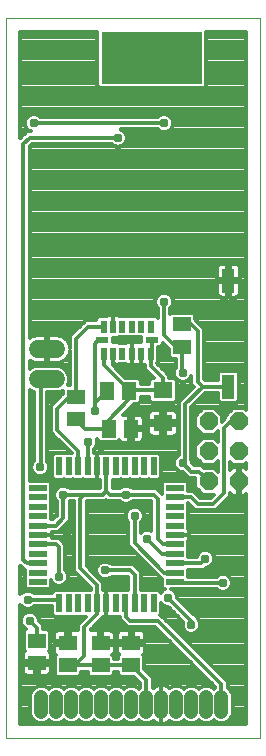
<source format=gtl>
G75*
%MOIN*%
%OFA0B0*%
%FSLAX25Y25*%
%IPPOS*%
%LPD*%
%AMOC8*
5,1,8,0,0,1.08239X$1,22.5*
%
%ADD10C,0.00000*%
%ADD11R,0.33600X0.17500*%
%ADD12R,0.05906X0.05118*%
%ADD13R,0.05118X0.05906*%
%ADD14R,0.06299X0.05512*%
%ADD15R,0.05906X0.01969*%
%ADD16R,0.01969X0.05906*%
%ADD17OC8,0.06000*%
%ADD18R,0.01969X0.04424*%
%ADD19R,0.04424X0.01969*%
%ADD20C,0.04756*%
%ADD21C,0.06000*%
%ADD22R,0.04300X0.07900*%
%ADD23C,0.01400*%
%ADD24C,0.02900*%
%ADD25C,0.03100*%
%ADD26C,0.01200*%
D10*
X0016917Y0014912D02*
X0101563Y0014912D01*
X0101563Y0255069D01*
X0016917Y0255069D01*
X0016917Y0014912D01*
D11*
X0065363Y0241730D03*
D12*
X0075476Y0152741D03*
X0075476Y0145261D03*
X0040210Y0128585D03*
X0040210Y0121104D03*
X0037405Y0046594D03*
X0037405Y0039114D03*
X0027086Y0039915D03*
X0027086Y0047396D03*
X0048329Y0046594D03*
X0048329Y0039114D03*
X0058548Y0039122D03*
X0058548Y0046602D03*
D13*
X0058464Y0118039D03*
X0057801Y0130649D03*
X0050983Y0118039D03*
X0050320Y0130649D03*
D14*
X0069117Y0130793D03*
X0069117Y0119770D03*
D15*
X0073123Y0098330D03*
X0073123Y0095180D03*
X0073123Y0092031D03*
X0073123Y0088881D03*
X0073123Y0085732D03*
X0073123Y0082582D03*
X0073123Y0079432D03*
X0073123Y0076283D03*
X0073123Y0073133D03*
X0073123Y0069984D03*
X0073123Y0066834D03*
X0027454Y0066834D03*
X0027454Y0069984D03*
X0027454Y0073133D03*
X0027454Y0076283D03*
X0027454Y0079432D03*
X0027454Y0082582D03*
X0027454Y0085732D03*
X0027454Y0088881D03*
X0027454Y0092031D03*
X0027454Y0095180D03*
X0027454Y0098330D03*
D16*
X0034540Y0105417D03*
X0037690Y0105417D03*
X0040840Y0105417D03*
X0043989Y0105417D03*
X0047139Y0105417D03*
X0050288Y0105417D03*
X0053438Y0105417D03*
X0056588Y0105417D03*
X0059737Y0105417D03*
X0062887Y0105417D03*
X0066036Y0105417D03*
X0066036Y0059747D03*
X0062887Y0059747D03*
X0059737Y0059747D03*
X0056588Y0059747D03*
X0053438Y0059747D03*
X0050288Y0059747D03*
X0047139Y0059747D03*
X0043989Y0059747D03*
X0040840Y0059747D03*
X0037690Y0059747D03*
X0034540Y0059747D03*
D17*
X0084350Y0100406D03*
X0084350Y0110406D03*
X0084350Y0120406D03*
X0094350Y0120406D03*
X0094350Y0110406D03*
X0094350Y0100406D03*
D18*
X0065070Y0143060D03*
X0061920Y0143060D03*
X0058770Y0143060D03*
X0055621Y0143060D03*
X0052471Y0143060D03*
X0049322Y0143060D03*
X0049322Y0152021D03*
X0052471Y0152021D03*
X0055621Y0152021D03*
X0058770Y0152021D03*
X0061920Y0152021D03*
X0065070Y0151991D03*
D19*
X0065463Y0147540D03*
X0048928Y0147540D03*
D20*
X0048559Y0028471D02*
X0048559Y0023715D01*
X0043559Y0023715D02*
X0043559Y0028471D01*
X0038559Y0028471D02*
X0038559Y0023715D01*
X0033559Y0023715D02*
X0033559Y0028471D01*
X0028559Y0028471D02*
X0028559Y0023715D01*
X0053559Y0023715D02*
X0053559Y0028471D01*
X0058559Y0028471D02*
X0058559Y0023715D01*
X0063559Y0023715D02*
X0063559Y0028471D01*
X0068559Y0028471D02*
X0068559Y0023715D01*
X0073559Y0023715D02*
X0073559Y0028471D01*
X0078559Y0028471D02*
X0078559Y0023715D01*
X0083559Y0023715D02*
X0083559Y0028471D01*
X0088559Y0028471D02*
X0088559Y0023715D01*
D21*
X0033439Y0134479D02*
X0027439Y0134479D01*
X0027439Y0144479D02*
X0033439Y0144479D01*
D22*
X0090965Y0131988D03*
X0090965Y0167388D03*
D23*
X0090590Y0167349D02*
X0024694Y0167349D01*
X0024694Y0165951D02*
X0087115Y0165951D01*
X0087115Y0167013D02*
X0087115Y0163214D01*
X0087231Y0162782D01*
X0087455Y0162394D01*
X0087771Y0162078D01*
X0088159Y0161854D01*
X0088591Y0161738D01*
X0090590Y0161738D01*
X0090590Y0167013D01*
X0087115Y0167013D01*
X0087115Y0167763D02*
X0090590Y0167763D01*
X0090590Y0167013D01*
X0091340Y0167013D01*
X0091340Y0161738D01*
X0093339Y0161738D01*
X0093771Y0161854D01*
X0094159Y0162078D01*
X0094476Y0162394D01*
X0094699Y0162782D01*
X0094815Y0163214D01*
X0094815Y0167013D01*
X0091340Y0167013D01*
X0091340Y0167763D01*
X0090590Y0167763D01*
X0090590Y0173038D01*
X0088591Y0173038D01*
X0088159Y0172922D01*
X0087771Y0172698D01*
X0087455Y0172382D01*
X0087231Y0171994D01*
X0087115Y0171562D01*
X0087115Y0167763D01*
X0087115Y0168748D02*
X0024694Y0168748D01*
X0024694Y0170146D02*
X0087115Y0170146D01*
X0087115Y0171545D02*
X0024694Y0171545D01*
X0024694Y0172943D02*
X0088238Y0172943D01*
X0090590Y0172943D02*
X0091340Y0172943D01*
X0091340Y0173038D02*
X0093339Y0173038D01*
X0093771Y0172922D01*
X0094159Y0172698D01*
X0094476Y0172382D01*
X0094699Y0171994D01*
X0094815Y0171562D01*
X0094815Y0167763D01*
X0091340Y0167763D01*
X0091340Y0173038D01*
X0091340Y0171545D02*
X0090590Y0171545D01*
X0090590Y0170146D02*
X0091340Y0170146D01*
X0091340Y0168748D02*
X0090590Y0168748D01*
X0091340Y0167349D02*
X0096863Y0167349D01*
X0096863Y0165951D02*
X0094815Y0165951D01*
X0094815Y0164552D02*
X0096863Y0164552D01*
X0096863Y0163154D02*
X0094799Y0163154D01*
X0093403Y0161755D02*
X0096863Y0161755D01*
X0096863Y0160357D02*
X0072444Y0160357D01*
X0072444Y0159793D02*
X0072444Y0160967D01*
X0071995Y0162051D01*
X0071165Y0162881D01*
X0070081Y0163330D01*
X0068908Y0163330D01*
X0067823Y0162881D01*
X0066994Y0162051D01*
X0066544Y0160967D01*
X0066544Y0159793D01*
X0066994Y0158709D01*
X0067394Y0158308D01*
X0067394Y0154843D01*
X0066634Y0155603D01*
X0063514Y0155603D01*
X0063484Y0155633D01*
X0060356Y0155633D01*
X0060345Y0155623D01*
X0060335Y0155633D01*
X0057206Y0155633D01*
X0057196Y0155623D01*
X0057185Y0155633D01*
X0054431Y0155633D01*
X0054112Y0155818D01*
X0053679Y0155933D01*
X0052471Y0155933D01*
X0051263Y0155933D01*
X0050831Y0155818D01*
X0050512Y0155633D01*
X0047757Y0155633D01*
X0046937Y0154813D01*
X0046937Y0154080D01*
X0043425Y0154080D01*
X0042194Y0152850D01*
X0038110Y0148766D01*
X0038110Y0145033D01*
X0038024Y0145580D01*
X0037795Y0146283D01*
X0037459Y0146943D01*
X0037024Y0147541D01*
X0036501Y0148064D01*
X0035903Y0148499D01*
X0035243Y0148835D01*
X0034540Y0149063D01*
X0033809Y0149179D01*
X0030739Y0149179D01*
X0030739Y0144779D01*
X0030139Y0144779D01*
X0030139Y0149179D01*
X0027069Y0149179D01*
X0026339Y0149063D01*
X0025635Y0148835D01*
X0024976Y0148499D01*
X0024694Y0148294D01*
X0024694Y0212010D01*
X0025564Y0212880D01*
X0052022Y0212880D01*
X0052423Y0212479D01*
X0053508Y0212030D01*
X0054681Y0212030D01*
X0055765Y0212479D01*
X0056595Y0213309D01*
X0057044Y0214393D01*
X0057044Y0215567D01*
X0056595Y0216651D01*
X0055765Y0217481D01*
X0055043Y0217780D01*
X0067422Y0217780D01*
X0067823Y0217379D01*
X0068908Y0216930D01*
X0070081Y0216930D01*
X0071165Y0217379D01*
X0071995Y0218209D01*
X0072444Y0219293D01*
X0072444Y0220467D01*
X0071995Y0221551D01*
X0071165Y0222381D01*
X0070081Y0222830D01*
X0068908Y0222830D01*
X0067823Y0222381D01*
X0067422Y0221980D01*
X0028166Y0221980D01*
X0027765Y0222381D01*
X0026681Y0222830D01*
X0025508Y0222830D01*
X0024423Y0222381D01*
X0023594Y0221551D01*
X0023144Y0220467D01*
X0023144Y0219293D01*
X0023594Y0218209D01*
X0024423Y0217379D01*
X0025146Y0217080D01*
X0023825Y0217080D01*
X0021617Y0214873D01*
X0021617Y0250369D01*
X0047163Y0250369D01*
X0047163Y0232400D01*
X0047983Y0231580D01*
X0082743Y0231580D01*
X0083563Y0232400D01*
X0083563Y0250369D01*
X0096863Y0250369D01*
X0096863Y0124115D01*
X0096172Y0124806D01*
X0092527Y0124806D01*
X0089950Y0122229D01*
X0089950Y0121545D01*
X0088750Y0120345D01*
X0088750Y0122229D01*
X0086172Y0124806D01*
X0082527Y0124806D01*
X0079950Y0122229D01*
X0079950Y0118583D01*
X0082527Y0116006D01*
X0086172Y0116006D01*
X0087354Y0117188D01*
X0087354Y0113624D01*
X0086172Y0114806D01*
X0082527Y0114806D01*
X0079950Y0112229D01*
X0079950Y0108583D01*
X0082527Y0106006D01*
X0086172Y0106006D01*
X0087354Y0107188D01*
X0087354Y0103624D01*
X0086172Y0104806D01*
X0082919Y0104806D01*
X0081945Y0105780D01*
X0079464Y0105780D01*
X0078744Y0106500D01*
X0078744Y0107067D01*
X0078594Y0107429D01*
X0078594Y0125210D01*
X0083272Y0129888D01*
X0087415Y0129888D01*
X0087415Y0127458D01*
X0088235Y0126638D01*
X0093695Y0126638D01*
X0094515Y0127458D01*
X0094515Y0136518D01*
X0093695Y0137338D01*
X0088235Y0137338D01*
X0087415Y0136518D01*
X0087415Y0134088D01*
X0083272Y0134088D01*
X0082794Y0134566D01*
X0082794Y0151450D01*
X0081564Y0152680D01*
X0079828Y0154416D01*
X0079828Y0155880D01*
X0079008Y0156700D01*
X0071943Y0156700D01*
X0071594Y0156352D01*
X0071594Y0158308D01*
X0071995Y0158709D01*
X0072444Y0159793D01*
X0072098Y0158958D02*
X0096863Y0158958D01*
X0096863Y0157560D02*
X0071594Y0157560D01*
X0069494Y0160380D02*
X0069494Y0149180D01*
X0073413Y0145261D01*
X0075476Y0145261D01*
X0075476Y0136899D01*
X0075794Y0136580D01*
X0074834Y0133785D02*
X0073667Y0133785D01*
X0073667Y0134129D02*
X0072847Y0134949D01*
X0071217Y0134949D01*
X0071217Y0135727D01*
X0069987Y0136957D01*
X0067170Y0139775D01*
X0067170Y0139983D01*
X0067454Y0140268D01*
X0067454Y0142474D01*
X0067563Y0142584D01*
X0067563Y0145156D01*
X0068255Y0145156D01*
X0069075Y0145976D01*
X0069075Y0146629D01*
X0071123Y0144582D01*
X0071123Y0142122D01*
X0071943Y0141302D01*
X0073376Y0141302D01*
X0073376Y0138333D01*
X0073294Y0138251D01*
X0072844Y0137167D01*
X0072844Y0135993D01*
X0073294Y0134909D01*
X0074123Y0134079D01*
X0075208Y0133630D01*
X0076381Y0133630D01*
X0077465Y0134079D01*
X0078295Y0134909D01*
X0078594Y0135631D01*
X0078594Y0132826D01*
X0079433Y0131988D01*
X0074394Y0126950D01*
X0074394Y0109093D01*
X0074123Y0108981D01*
X0073294Y0108151D01*
X0072844Y0107067D01*
X0072844Y0105893D01*
X0073294Y0104809D01*
X0074123Y0103979D01*
X0075208Y0103530D01*
X0075775Y0103530D01*
X0077725Y0101580D01*
X0079950Y0101580D01*
X0079950Y0098583D01*
X0082527Y0096006D01*
X0086010Y0096006D01*
X0084984Y0094980D01*
X0081624Y0094980D01*
X0080554Y0096050D01*
X0079324Y0097280D01*
X0077476Y0097280D01*
X0077476Y0099894D01*
X0076656Y0100714D01*
X0069590Y0100714D01*
X0068770Y0099894D01*
X0068770Y0096766D01*
X0068781Y0096755D01*
X0068770Y0096745D01*
X0068770Y0096174D01*
X0068094Y0096850D01*
X0066864Y0098080D01*
X0058966Y0098080D01*
X0058565Y0098481D01*
X0057481Y0098930D01*
X0056308Y0098930D01*
X0055223Y0098481D01*
X0054822Y0098080D01*
X0052388Y0098080D01*
X0052388Y0101064D01*
X0055002Y0101064D01*
X0055013Y0101075D01*
X0055023Y0101064D01*
X0058152Y0101064D01*
X0058162Y0101075D01*
X0058173Y0101064D01*
X0061301Y0101064D01*
X0061312Y0101075D01*
X0061323Y0101064D01*
X0064451Y0101064D01*
X0064462Y0101075D01*
X0064472Y0101064D01*
X0067601Y0101064D01*
X0068421Y0101884D01*
X0068421Y0108949D01*
X0067601Y0109769D01*
X0064472Y0109769D01*
X0064462Y0109759D01*
X0064451Y0109769D01*
X0061323Y0109769D01*
X0061312Y0109759D01*
X0061301Y0109769D01*
X0058173Y0109769D01*
X0058162Y0109759D01*
X0058152Y0109769D01*
X0055023Y0109769D01*
X0055013Y0109759D01*
X0055002Y0109769D01*
X0051874Y0109769D01*
X0051863Y0109759D01*
X0051853Y0109769D01*
X0049098Y0109769D01*
X0048779Y0109954D01*
X0048347Y0110069D01*
X0047139Y0110069D01*
X0047139Y0105417D01*
X0047139Y0105417D01*
X0047139Y0110069D01*
X0046089Y0110069D01*
X0046089Y0111103D01*
X0046795Y0111809D01*
X0047244Y0112893D01*
X0047244Y0114067D01*
X0047089Y0114442D01*
X0047844Y0113686D01*
X0054122Y0113686D01*
X0054520Y0114084D01*
X0054544Y0114042D01*
X0054861Y0113726D01*
X0055248Y0113502D01*
X0055681Y0113386D01*
X0057884Y0113386D01*
X0057884Y0117459D01*
X0059043Y0117459D01*
X0059043Y0113386D01*
X0061247Y0113386D01*
X0061679Y0113502D01*
X0062067Y0113726D01*
X0062383Y0114042D01*
X0062607Y0114430D01*
X0062723Y0114862D01*
X0062723Y0117460D01*
X0059043Y0117460D01*
X0059043Y0118619D01*
X0057884Y0118619D01*
X0057884Y0122692D01*
X0055776Y0122692D01*
X0058464Y0125380D01*
X0059381Y0126297D01*
X0060940Y0126297D01*
X0061760Y0127117D01*
X0061760Y0128693D01*
X0064568Y0128693D01*
X0064568Y0127458D01*
X0065388Y0126637D01*
X0072847Y0126637D01*
X0073667Y0127458D01*
X0073667Y0134129D01*
X0073180Y0135183D02*
X0071217Y0135183D01*
X0070362Y0136582D02*
X0072844Y0136582D01*
X0073181Y0137981D02*
X0068964Y0137981D01*
X0067565Y0139379D02*
X0073376Y0139379D01*
X0073376Y0140778D02*
X0067454Y0140778D01*
X0067454Y0142176D02*
X0071123Y0142176D01*
X0071123Y0143575D02*
X0067563Y0143575D01*
X0067563Y0144973D02*
X0070732Y0144973D01*
X0069333Y0146372D02*
X0069075Y0146372D01*
X0065463Y0147540D02*
X0065463Y0143453D01*
X0065070Y0143060D01*
X0065070Y0138905D01*
X0069117Y0134857D01*
X0069117Y0130793D01*
X0057945Y0130793D01*
X0057801Y0130649D01*
X0057594Y0130443D01*
X0057594Y0127480D01*
X0050983Y0120869D01*
X0050983Y0118039D01*
X0043276Y0118039D01*
X0040210Y0121104D01*
X0033794Y0124680D02*
X0037699Y0128585D01*
X0040210Y0128585D01*
X0040210Y0147896D01*
X0044294Y0151980D01*
X0049280Y0151980D01*
X0049322Y0152021D01*
X0046937Y0154763D02*
X0024694Y0154763D01*
X0024694Y0156161D02*
X0067394Y0156161D01*
X0067394Y0157560D02*
X0024694Y0157560D01*
X0024694Y0158958D02*
X0066890Y0158958D01*
X0066544Y0160357D02*
X0024694Y0160357D01*
X0024694Y0161755D02*
X0066871Y0161755D01*
X0068482Y0163154D02*
X0024694Y0163154D01*
X0024694Y0164552D02*
X0087115Y0164552D01*
X0087131Y0163154D02*
X0070507Y0163154D01*
X0072118Y0161755D02*
X0088527Y0161755D01*
X0090590Y0161755D02*
X0091340Y0161755D01*
X0091340Y0163154D02*
X0090590Y0163154D01*
X0090590Y0164552D02*
X0091340Y0164552D01*
X0091340Y0165951D02*
X0090590Y0165951D01*
X0093693Y0172943D02*
X0096863Y0172943D01*
X0096863Y0171545D02*
X0094815Y0171545D01*
X0094815Y0170146D02*
X0096863Y0170146D01*
X0096863Y0168748D02*
X0094815Y0168748D01*
X0096863Y0174342D02*
X0024694Y0174342D01*
X0024694Y0175740D02*
X0096863Y0175740D01*
X0096863Y0177139D02*
X0024694Y0177139D01*
X0024694Y0178537D02*
X0096863Y0178537D01*
X0096863Y0179936D02*
X0024694Y0179936D01*
X0024694Y0181334D02*
X0096863Y0181334D01*
X0096863Y0182733D02*
X0024694Y0182733D01*
X0024694Y0184131D02*
X0096863Y0184131D01*
X0096863Y0185530D02*
X0024694Y0185530D01*
X0024694Y0186928D02*
X0096863Y0186928D01*
X0096863Y0188327D02*
X0024694Y0188327D01*
X0024694Y0189725D02*
X0096863Y0189725D01*
X0096863Y0191124D02*
X0024694Y0191124D01*
X0024694Y0192522D02*
X0096863Y0192522D01*
X0096863Y0193921D02*
X0024694Y0193921D01*
X0024694Y0195319D02*
X0096863Y0195319D01*
X0096863Y0196718D02*
X0024694Y0196718D01*
X0024694Y0198116D02*
X0096863Y0198116D01*
X0096863Y0199515D02*
X0024694Y0199515D01*
X0024694Y0200914D02*
X0096863Y0200914D01*
X0096863Y0202312D02*
X0024694Y0202312D01*
X0024694Y0203711D02*
X0096863Y0203711D01*
X0096863Y0205109D02*
X0024694Y0205109D01*
X0024694Y0206508D02*
X0096863Y0206508D01*
X0096863Y0207906D02*
X0024694Y0207906D01*
X0024694Y0209305D02*
X0096863Y0209305D01*
X0096863Y0210703D02*
X0024694Y0210703D01*
X0024786Y0212102D02*
X0053335Y0212102D01*
X0054854Y0212102D02*
X0096863Y0212102D01*
X0096863Y0213500D02*
X0056674Y0213500D01*
X0057044Y0214899D02*
X0096863Y0214899D01*
X0096863Y0216297D02*
X0056742Y0216297D01*
X0055247Y0217696D02*
X0067507Y0217696D01*
X0069494Y0219880D02*
X0026094Y0219880D01*
X0023934Y0221891D02*
X0021617Y0221891D01*
X0021617Y0220493D02*
X0023155Y0220493D01*
X0023227Y0219094D02*
X0021617Y0219094D01*
X0021617Y0217696D02*
X0024107Y0217696D01*
X0023042Y0216297D02*
X0021617Y0216297D01*
X0021617Y0214899D02*
X0021643Y0214899D01*
X0022594Y0212880D02*
X0024694Y0214980D01*
X0054094Y0214980D01*
X0047882Y0231681D02*
X0021617Y0231681D01*
X0021617Y0233079D02*
X0047163Y0233079D01*
X0047163Y0234478D02*
X0021617Y0234478D01*
X0021617Y0235876D02*
X0047163Y0235876D01*
X0047163Y0237275D02*
X0021617Y0237275D01*
X0021617Y0238673D02*
X0047163Y0238673D01*
X0047163Y0240072D02*
X0021617Y0240072D01*
X0021617Y0241470D02*
X0047163Y0241470D01*
X0047163Y0242869D02*
X0021617Y0242869D01*
X0021617Y0244267D02*
X0047163Y0244267D01*
X0047163Y0245666D02*
X0021617Y0245666D01*
X0021617Y0247064D02*
X0047163Y0247064D01*
X0047163Y0248463D02*
X0021617Y0248463D01*
X0021617Y0249861D02*
X0047163Y0249861D01*
X0071655Y0221891D02*
X0096863Y0221891D01*
X0096863Y0220493D02*
X0072434Y0220493D01*
X0072362Y0219094D02*
X0096863Y0219094D01*
X0096863Y0217696D02*
X0071482Y0217696D01*
X0082844Y0231681D02*
X0096863Y0231681D01*
X0096863Y0233079D02*
X0083563Y0233079D01*
X0083563Y0234478D02*
X0096863Y0234478D01*
X0096863Y0235876D02*
X0083563Y0235876D01*
X0083563Y0237275D02*
X0096863Y0237275D01*
X0096863Y0238673D02*
X0083563Y0238673D01*
X0083563Y0240072D02*
X0096863Y0240072D01*
X0096863Y0241470D02*
X0083563Y0241470D01*
X0083563Y0242869D02*
X0096863Y0242869D01*
X0096863Y0244267D02*
X0083563Y0244267D01*
X0083563Y0245666D02*
X0096863Y0245666D01*
X0096863Y0247064D02*
X0083563Y0247064D01*
X0083563Y0248463D02*
X0096863Y0248463D01*
X0096863Y0249861D02*
X0083563Y0249861D01*
X0096863Y0230282D02*
X0021617Y0230282D01*
X0021617Y0228884D02*
X0096863Y0228884D01*
X0096863Y0227485D02*
X0021617Y0227485D01*
X0021617Y0226087D02*
X0096863Y0226087D01*
X0096863Y0224688D02*
X0021617Y0224688D01*
X0021617Y0223290D02*
X0096863Y0223290D01*
X0096863Y0156161D02*
X0079548Y0156161D01*
X0079828Y0154763D02*
X0096863Y0154763D01*
X0096863Y0153364D02*
X0080880Y0153364D01*
X0082279Y0151966D02*
X0096863Y0151966D01*
X0096863Y0150567D02*
X0082794Y0150567D01*
X0082794Y0149169D02*
X0096863Y0149169D01*
X0096863Y0147770D02*
X0082794Y0147770D01*
X0082794Y0146372D02*
X0096863Y0146372D01*
X0096863Y0144973D02*
X0082794Y0144973D01*
X0082794Y0143575D02*
X0096863Y0143575D01*
X0096863Y0142176D02*
X0082794Y0142176D01*
X0082794Y0140778D02*
X0096863Y0140778D01*
X0096863Y0139379D02*
X0082794Y0139379D01*
X0082794Y0137981D02*
X0096863Y0137981D01*
X0096863Y0136582D02*
X0094451Y0136582D01*
X0094515Y0135183D02*
X0096863Y0135183D01*
X0096863Y0133785D02*
X0094515Y0133785D01*
X0094515Y0132386D02*
X0096863Y0132386D01*
X0096863Y0130988D02*
X0094515Y0130988D01*
X0094515Y0129589D02*
X0096863Y0129589D01*
X0096863Y0128191D02*
X0094515Y0128191D01*
X0093850Y0126792D02*
X0096863Y0126792D01*
X0096863Y0125394D02*
X0078778Y0125394D01*
X0078594Y0123995D02*
X0081716Y0123995D01*
X0080318Y0122597D02*
X0078594Y0122597D01*
X0078594Y0121198D02*
X0079950Y0121198D01*
X0079950Y0119800D02*
X0078594Y0119800D01*
X0078594Y0118401D02*
X0080132Y0118401D01*
X0081530Y0117003D02*
X0078594Y0117003D01*
X0078594Y0115604D02*
X0087354Y0115604D01*
X0087354Y0114206D02*
X0086772Y0114206D01*
X0087169Y0117003D02*
X0087354Y0117003D01*
X0089454Y0118080D02*
X0089454Y0096480D01*
X0085854Y0092880D01*
X0080754Y0092880D01*
X0078454Y0095180D01*
X0073123Y0095180D01*
X0073123Y0095180D01*
X0077149Y0100221D02*
X0079950Y0100221D01*
X0079950Y0098822D02*
X0077476Y0098822D01*
X0077476Y0097424D02*
X0081109Y0097424D01*
X0080579Y0096025D02*
X0082508Y0096025D01*
X0084350Y0100406D02*
X0081076Y0103680D01*
X0078594Y0103680D01*
X0075794Y0106480D01*
X0076494Y0106480D01*
X0076494Y0126080D01*
X0082402Y0131988D01*
X0080694Y0133696D01*
X0080694Y0150580D01*
X0078533Y0152741D01*
X0075476Y0152741D01*
X0082794Y0136582D02*
X0087479Y0136582D01*
X0087415Y0135183D02*
X0082794Y0135183D01*
X0082402Y0131988D02*
X0090965Y0131988D01*
X0087415Y0129589D02*
X0082974Y0129589D01*
X0081575Y0128191D02*
X0087415Y0128191D01*
X0088081Y0126792D02*
X0080177Y0126792D01*
X0078433Y0130988D02*
X0073667Y0130988D01*
X0073667Y0132386D02*
X0079034Y0132386D01*
X0078594Y0133785D02*
X0076755Y0133785D01*
X0078409Y0135183D02*
X0078594Y0135183D01*
X0077034Y0129589D02*
X0073667Y0129589D01*
X0073667Y0128191D02*
X0075635Y0128191D01*
X0074394Y0126792D02*
X0073002Y0126792D01*
X0074394Y0125394D02*
X0058478Y0125394D01*
X0057080Y0123995D02*
X0065113Y0123995D01*
X0064924Y0123886D02*
X0064607Y0123570D01*
X0064383Y0123182D01*
X0064268Y0122749D01*
X0064268Y0120448D01*
X0068439Y0120448D01*
X0068439Y0124226D01*
X0065744Y0124226D01*
X0065311Y0124110D01*
X0064924Y0123886D01*
X0064268Y0122597D02*
X0061601Y0122597D01*
X0061679Y0122576D02*
X0061247Y0122692D01*
X0059043Y0122692D01*
X0059043Y0118619D01*
X0062723Y0118619D01*
X0062723Y0121216D01*
X0062607Y0121648D01*
X0062383Y0122036D01*
X0062067Y0122352D01*
X0061679Y0122576D01*
X0062723Y0121198D02*
X0064268Y0121198D01*
X0064268Y0119092D02*
X0064268Y0116790D01*
X0064383Y0116358D01*
X0064607Y0115970D01*
X0064924Y0115654D01*
X0065311Y0115430D01*
X0065744Y0115314D01*
X0068439Y0115314D01*
X0068439Y0119092D01*
X0064268Y0119092D01*
X0064268Y0118401D02*
X0059043Y0118401D01*
X0058464Y0118039D02*
X0058294Y0117870D01*
X0058294Y0114180D01*
X0056894Y0112780D01*
X0050594Y0112780D01*
X0047139Y0109324D01*
X0047139Y0105417D01*
X0047139Y0100764D01*
X0048188Y0100764D01*
X0048188Y0098080D01*
X0037966Y0098080D01*
X0037565Y0098481D01*
X0036481Y0098930D01*
X0035308Y0098930D01*
X0034223Y0098481D01*
X0033394Y0097651D01*
X0032944Y0096567D01*
X0032944Y0095393D01*
X0033394Y0094309D01*
X0033794Y0093908D01*
X0033794Y0089150D01*
X0032476Y0087832D01*
X0031807Y0087832D01*
X0031807Y0090445D01*
X0031796Y0090456D01*
X0031807Y0090467D01*
X0031807Y0093595D01*
X0031796Y0093606D01*
X0031807Y0093616D01*
X0031807Y0096745D01*
X0031796Y0096755D01*
X0031807Y0096766D01*
X0031807Y0099894D01*
X0030986Y0100714D01*
X0024694Y0100714D01*
X0024694Y0131002D01*
X0024947Y0130749D01*
X0026239Y0130214D01*
X0026239Y0107297D01*
X0025694Y0106751D01*
X0025244Y0105667D01*
X0025244Y0104493D01*
X0025694Y0103409D01*
X0026523Y0102579D01*
X0027608Y0102130D01*
X0028781Y0102130D01*
X0029865Y0102579D01*
X0030695Y0103409D01*
X0031144Y0104493D01*
X0031144Y0105667D01*
X0030695Y0106751D01*
X0030439Y0107007D01*
X0030439Y0130079D01*
X0034314Y0130079D01*
X0035857Y0130718D01*
X0035857Y0129713D01*
X0035599Y0129455D01*
X0031694Y0125550D01*
X0031694Y0116810D01*
X0032925Y0115580D01*
X0038735Y0109769D01*
X0036126Y0109769D01*
X0036115Y0109759D01*
X0036105Y0109769D01*
X0032976Y0109769D01*
X0032156Y0108949D01*
X0032156Y0101884D01*
X0032976Y0101064D01*
X0036105Y0101064D01*
X0036115Y0101075D01*
X0036126Y0101064D01*
X0039254Y0101064D01*
X0039265Y0101075D01*
X0039275Y0101064D01*
X0042404Y0101064D01*
X0042414Y0101075D01*
X0042425Y0101064D01*
X0045179Y0101064D01*
X0045498Y0100880D01*
X0045931Y0100764D01*
X0047139Y0100764D01*
X0047139Y0105417D01*
X0047139Y0105417D01*
X0047139Y0105815D02*
X0047139Y0105815D01*
X0047139Y0107213D02*
X0047139Y0107213D01*
X0047139Y0108612D02*
X0047139Y0108612D01*
X0047139Y0110010D02*
X0047139Y0110010D01*
X0048568Y0110010D02*
X0074394Y0110010D01*
X0074394Y0111409D02*
X0046395Y0111409D01*
X0047209Y0112807D02*
X0074394Y0112807D01*
X0074394Y0114206D02*
X0062477Y0114206D01*
X0062723Y0115604D02*
X0065009Y0115604D01*
X0064268Y0117003D02*
X0062723Y0117003D01*
X0062723Y0119800D02*
X0068439Y0119800D01*
X0068439Y0120448D02*
X0068439Y0119092D01*
X0069795Y0119092D01*
X0069795Y0115314D01*
X0072491Y0115314D01*
X0072923Y0115430D01*
X0073311Y0115654D01*
X0073627Y0115970D01*
X0073851Y0116358D01*
X0073967Y0116790D01*
X0073967Y0119092D01*
X0069795Y0119092D01*
X0069795Y0120448D01*
X0068439Y0120448D01*
X0068439Y0121198D02*
X0069795Y0121198D01*
X0069795Y0120448D02*
X0069795Y0124226D01*
X0072491Y0124226D01*
X0072923Y0124110D01*
X0073311Y0123886D01*
X0073627Y0123570D01*
X0073851Y0123182D01*
X0073967Y0122749D01*
X0073967Y0120448D01*
X0069795Y0120448D01*
X0069795Y0119800D02*
X0074394Y0119800D01*
X0074394Y0121198D02*
X0073967Y0121198D01*
X0073967Y0122597D02*
X0074394Y0122597D01*
X0074394Y0123995D02*
X0073121Y0123995D01*
X0073967Y0118401D02*
X0074394Y0118401D01*
X0074394Y0117003D02*
X0073967Y0117003D01*
X0074394Y0115604D02*
X0073225Y0115604D01*
X0069795Y0115604D02*
X0068439Y0115604D01*
X0068439Y0117003D02*
X0069795Y0117003D01*
X0069795Y0118401D02*
X0068439Y0118401D01*
X0068439Y0122597D02*
X0069795Y0122597D01*
X0069795Y0123995D02*
X0068439Y0123995D01*
X0065233Y0126792D02*
X0061436Y0126792D01*
X0061760Y0128191D02*
X0064568Y0128191D01*
X0064568Y0132893D02*
X0061760Y0132893D01*
X0061760Y0134182D01*
X0060940Y0135002D01*
X0056542Y0135002D01*
X0052397Y0139148D01*
X0052471Y0139148D01*
X0052471Y0143060D01*
X0052471Y0140303D01*
X0054794Y0137980D01*
X0056894Y0137980D01*
X0058770Y0139856D01*
X0058770Y0143060D01*
X0058770Y0146972D01*
X0057562Y0146972D01*
X0057130Y0146856D01*
X0056811Y0146672D01*
X0054431Y0146672D01*
X0054112Y0146856D01*
X0053679Y0146972D01*
X0052540Y0146972D01*
X0052540Y0148109D01*
X0053679Y0148109D01*
X0054112Y0148225D01*
X0054431Y0148409D01*
X0057185Y0148409D01*
X0057196Y0148420D01*
X0057206Y0148409D01*
X0060335Y0148409D01*
X0060345Y0148420D01*
X0060356Y0148409D01*
X0061851Y0148409D01*
X0061851Y0146972D01*
X0060712Y0146972D01*
X0060345Y0146874D01*
X0059978Y0146972D01*
X0058770Y0146972D01*
X0058770Y0143060D01*
X0058770Y0143060D01*
X0058770Y0143060D01*
X0058770Y0139148D01*
X0057562Y0139148D01*
X0057130Y0139263D01*
X0056811Y0139448D01*
X0054431Y0139448D01*
X0054112Y0139263D01*
X0053679Y0139148D01*
X0052471Y0139148D01*
X0052471Y0143060D01*
X0052471Y0143060D01*
X0052471Y0142176D02*
X0052471Y0142176D01*
X0052471Y0140778D02*
X0052471Y0140778D01*
X0052471Y0139379D02*
X0052471Y0139379D01*
X0053564Y0137981D02*
X0063024Y0137981D01*
X0062970Y0138035D02*
X0062970Y0139148D01*
X0061920Y0139148D01*
X0061920Y0143060D01*
X0061920Y0143060D01*
X0061920Y0139148D01*
X0060712Y0139148D01*
X0060345Y0139246D01*
X0059978Y0139148D01*
X0058770Y0139148D01*
X0058770Y0143060D01*
X0058770Y0143575D02*
X0058770Y0143575D01*
X0058770Y0144973D02*
X0058770Y0144973D01*
X0058770Y0146372D02*
X0058770Y0146372D01*
X0061851Y0147770D02*
X0052540Y0147770D01*
X0052471Y0152021D02*
X0052471Y0155933D01*
X0052471Y0152021D01*
X0052471Y0152021D01*
X0052471Y0153364D02*
X0052471Y0153364D01*
X0052471Y0154763D02*
X0052471Y0154763D01*
X0048928Y0147540D02*
X0047555Y0147540D01*
X0046394Y0146380D01*
X0046394Y0126723D01*
X0046394Y0123980D01*
X0046394Y0126723D02*
X0050320Y0130649D01*
X0057101Y0131474D02*
X0049322Y0139253D01*
X0049322Y0143060D01*
X0054312Y0139379D02*
X0056930Y0139379D01*
X0058770Y0139379D02*
X0058770Y0139379D01*
X0058770Y0140778D02*
X0058770Y0140778D01*
X0058770Y0142176D02*
X0058770Y0142176D01*
X0061920Y0142176D02*
X0061920Y0142176D01*
X0061920Y0140778D02*
X0061920Y0140778D01*
X0061920Y0139379D02*
X0061920Y0139379D01*
X0062970Y0138035D02*
X0066055Y0134949D01*
X0065388Y0134949D01*
X0064568Y0134129D01*
X0064568Y0132893D01*
X0064568Y0133785D02*
X0061760Y0133785D01*
X0064423Y0136582D02*
X0054962Y0136582D01*
X0056361Y0135183D02*
X0065821Y0135183D01*
X0059043Y0122597D02*
X0057884Y0122597D01*
X0057884Y0121198D02*
X0059043Y0121198D01*
X0059043Y0119800D02*
X0057884Y0119800D01*
X0057884Y0117003D02*
X0059043Y0117003D01*
X0059043Y0115604D02*
X0057884Y0115604D01*
X0057884Y0114206D02*
X0059043Y0114206D01*
X0057741Y0098822D02*
X0068770Y0098822D01*
X0068770Y0097424D02*
X0067521Y0097424D01*
X0069097Y0100221D02*
X0052388Y0100221D01*
X0052388Y0098822D02*
X0056047Y0098822D01*
X0056894Y0095980D02*
X0065994Y0095980D01*
X0067394Y0094580D01*
X0067394Y0081280D01*
X0069242Y0079432D01*
X0073123Y0079432D01*
X0073123Y0082582D02*
X0073123Y0082582D01*
X0077776Y0082582D01*
X0077776Y0083790D01*
X0077660Y0084222D01*
X0077476Y0084541D01*
X0077476Y0087296D01*
X0077465Y0087306D01*
X0077476Y0087317D01*
X0077476Y0090445D01*
X0077465Y0090456D01*
X0077476Y0090467D01*
X0077476Y0093080D01*
X0077584Y0093080D01*
X0079884Y0090780D01*
X0086724Y0090780D01*
X0087954Y0092010D01*
X0091554Y0095610D01*
X0091554Y0096555D01*
X0092403Y0095706D01*
X0094049Y0095706D01*
X0094049Y0100106D01*
X0094650Y0100106D01*
X0094650Y0095706D01*
X0096296Y0095706D01*
X0096863Y0096273D01*
X0096863Y0019612D01*
X0021617Y0019612D01*
X0021617Y0059185D01*
X0022323Y0058479D01*
X0023408Y0058030D01*
X0024581Y0058030D01*
X0025665Y0058479D01*
X0026066Y0058880D01*
X0032156Y0058880D01*
X0032156Y0056215D01*
X0032976Y0055395D01*
X0036105Y0055395D01*
X0036115Y0055405D01*
X0036126Y0055395D01*
X0039254Y0055395D01*
X0039265Y0055405D01*
X0039275Y0055395D01*
X0042404Y0055395D01*
X0042414Y0055405D01*
X0042425Y0055395D01*
X0043439Y0055395D01*
X0042025Y0053980D01*
X0040794Y0052750D01*
X0040794Y0050796D01*
X0040581Y0050853D01*
X0037984Y0050853D01*
X0037984Y0047174D01*
X0036825Y0047174D01*
X0036825Y0050853D01*
X0034228Y0050853D01*
X0033796Y0050737D01*
X0033408Y0050513D01*
X0033092Y0050197D01*
X0032868Y0049809D01*
X0032752Y0049377D01*
X0032752Y0047173D01*
X0036825Y0047173D01*
X0036825Y0046014D01*
X0032752Y0046014D01*
X0032752Y0043811D01*
X0032868Y0043379D01*
X0033092Y0042991D01*
X0033408Y0042675D01*
X0033450Y0042650D01*
X0033052Y0042253D01*
X0033052Y0035975D01*
X0033872Y0035155D01*
X0040938Y0035155D01*
X0041758Y0035975D01*
X0041758Y0037014D01*
X0043976Y0037014D01*
X0043976Y0035975D01*
X0044796Y0035155D01*
X0051862Y0035155D01*
X0052682Y0035975D01*
X0052682Y0037022D01*
X0054195Y0037022D01*
X0054195Y0035983D01*
X0055015Y0035163D01*
X0059537Y0035163D01*
X0061459Y0033241D01*
X0061459Y0031690D01*
X0061419Y0031673D01*
X0061059Y0031313D01*
X0060699Y0031673D01*
X0059310Y0032249D01*
X0057807Y0032249D01*
X0056419Y0031673D01*
X0056059Y0031313D01*
X0055699Y0031673D01*
X0054310Y0032249D01*
X0052807Y0032249D01*
X0051419Y0031673D01*
X0051059Y0031313D01*
X0050699Y0031673D01*
X0049310Y0032249D01*
X0047807Y0032249D01*
X0046419Y0031673D01*
X0046059Y0031313D01*
X0045699Y0031673D01*
X0044310Y0032249D01*
X0042807Y0032249D01*
X0041419Y0031673D01*
X0041059Y0031313D01*
X0040699Y0031673D01*
X0039310Y0032249D01*
X0037807Y0032249D01*
X0036419Y0031673D01*
X0036059Y0031313D01*
X0035699Y0031673D01*
X0034310Y0032249D01*
X0032807Y0032249D01*
X0031419Y0031673D01*
X0031059Y0031313D01*
X0030699Y0031673D01*
X0029310Y0032249D01*
X0027807Y0032249D01*
X0026419Y0031673D01*
X0025356Y0030611D01*
X0024781Y0029222D01*
X0024781Y0022963D01*
X0025356Y0021575D01*
X0026419Y0020512D01*
X0027807Y0019937D01*
X0029310Y0019937D01*
X0030699Y0020512D01*
X0031059Y0020872D01*
X0031419Y0020512D01*
X0032807Y0019937D01*
X0034310Y0019937D01*
X0035699Y0020512D01*
X0036059Y0020872D01*
X0036419Y0020512D01*
X0037807Y0019937D01*
X0039310Y0019937D01*
X0040699Y0020512D01*
X0041059Y0020872D01*
X0041419Y0020512D01*
X0042807Y0019937D01*
X0044310Y0019937D01*
X0045699Y0020512D01*
X0046059Y0020872D01*
X0046419Y0020512D01*
X0047807Y0019937D01*
X0049310Y0019937D01*
X0050699Y0020512D01*
X0051059Y0020872D01*
X0051419Y0020512D01*
X0052807Y0019937D01*
X0054310Y0019937D01*
X0055699Y0020512D01*
X0056059Y0020872D01*
X0056419Y0020512D01*
X0057807Y0019937D01*
X0059310Y0019937D01*
X0060699Y0020512D01*
X0061059Y0020872D01*
X0061419Y0020512D01*
X0062807Y0019937D01*
X0064310Y0019937D01*
X0065699Y0020512D01*
X0065847Y0020660D01*
X0065902Y0020604D01*
X0066422Y0020227D01*
X0066994Y0019935D01*
X0067604Y0019737D01*
X0068238Y0019637D01*
X0068559Y0019637D01*
X0068880Y0019637D01*
X0069514Y0019737D01*
X0070124Y0019935D01*
X0070696Y0020227D01*
X0071216Y0020604D01*
X0071271Y0020660D01*
X0071419Y0020512D01*
X0072807Y0019937D01*
X0074310Y0019937D01*
X0075699Y0020512D01*
X0076059Y0020872D01*
X0076419Y0020512D01*
X0077807Y0019937D01*
X0079310Y0019937D01*
X0080699Y0020512D01*
X0081059Y0020872D01*
X0081419Y0020512D01*
X0082807Y0019937D01*
X0084310Y0019937D01*
X0085699Y0020512D01*
X0086059Y0020872D01*
X0086419Y0020512D01*
X0087807Y0019937D01*
X0089310Y0019937D01*
X0090699Y0020512D01*
X0091762Y0021575D01*
X0092337Y0022963D01*
X0092337Y0029222D01*
X0091762Y0030611D01*
X0090699Y0031673D01*
X0090659Y0031690D01*
X0090659Y0033685D01*
X0069494Y0054850D01*
X0068275Y0056069D01*
X0068421Y0056215D01*
X0068421Y0059982D01*
X0069223Y0059179D01*
X0070308Y0058730D01*
X0070875Y0058730D01*
X0075877Y0053728D01*
X0075644Y0053167D01*
X0075644Y0051993D01*
X0076094Y0050909D01*
X0076923Y0050079D01*
X0078008Y0049630D01*
X0079181Y0049630D01*
X0080265Y0050079D01*
X0081095Y0050909D01*
X0081544Y0051993D01*
X0081544Y0053167D01*
X0081095Y0054251D01*
X0080694Y0054652D01*
X0080694Y0054850D01*
X0073844Y0061700D01*
X0073844Y0062267D01*
X0073395Y0063351D01*
X0072565Y0064181D01*
X0071916Y0064450D01*
X0076656Y0064450D01*
X0076686Y0064480D01*
X0087022Y0064480D01*
X0087423Y0064079D01*
X0088508Y0063630D01*
X0089681Y0063630D01*
X0090765Y0064079D01*
X0091595Y0064909D01*
X0092044Y0065993D01*
X0092044Y0067167D01*
X0091595Y0068251D01*
X0090765Y0069081D01*
X0089681Y0069530D01*
X0088508Y0069530D01*
X0087423Y0069081D01*
X0087022Y0068680D01*
X0077476Y0068680D01*
X0077476Y0071033D01*
X0082717Y0071033D01*
X0083314Y0071630D01*
X0083881Y0071630D01*
X0084965Y0072079D01*
X0085795Y0072909D01*
X0086244Y0073993D01*
X0086244Y0075167D01*
X0085795Y0076251D01*
X0084965Y0077081D01*
X0083881Y0077530D01*
X0082708Y0077530D01*
X0081623Y0077081D01*
X0080794Y0076251D01*
X0080372Y0075233D01*
X0077476Y0075233D01*
X0077476Y0077847D01*
X0077465Y0077858D01*
X0077476Y0077868D01*
X0077476Y0080623D01*
X0077660Y0080942D01*
X0077776Y0081374D01*
X0077776Y0082582D01*
X0073123Y0082582D01*
X0073026Y0076380D02*
X0073123Y0076283D01*
X0068892Y0076283D01*
X0063894Y0081280D01*
X0061794Y0083352D02*
X0062223Y0083781D01*
X0063308Y0084230D01*
X0064481Y0084230D01*
X0065294Y0083893D01*
X0065294Y0093710D01*
X0065125Y0093880D01*
X0058966Y0093880D01*
X0058565Y0093479D01*
X0057481Y0093030D01*
X0056308Y0093030D01*
X0055223Y0093479D01*
X0054822Y0093880D01*
X0050513Y0093880D01*
X0050288Y0094104D01*
X0050064Y0093880D01*
X0048053Y0093880D01*
X0048009Y0093836D01*
X0046269Y0093836D01*
X0046225Y0093880D01*
X0043764Y0093880D01*
X0043639Y0093755D01*
X0043639Y0072305D01*
X0047964Y0067980D01*
X0049194Y0066750D01*
X0049194Y0064400D01*
X0050288Y0064400D01*
X0050288Y0059747D01*
X0050288Y0059747D01*
X0050288Y0055095D01*
X0049080Y0055095D01*
X0049079Y0055095D01*
X0044994Y0051010D01*
X0044994Y0050811D01*
X0045152Y0050853D01*
X0047749Y0050853D01*
X0047749Y0047174D01*
X0048908Y0047174D01*
X0048908Y0050853D01*
X0051506Y0050853D01*
X0051938Y0050737D01*
X0052326Y0050513D01*
X0052642Y0050197D01*
X0052866Y0049809D01*
X0052982Y0049377D01*
X0052982Y0047173D01*
X0048909Y0047173D01*
X0048909Y0046014D01*
X0052982Y0046014D01*
X0052982Y0043811D01*
X0052866Y0043379D01*
X0052642Y0042991D01*
X0052326Y0042675D01*
X0052284Y0042650D01*
X0052682Y0042253D01*
X0052682Y0041222D01*
X0054195Y0041222D01*
X0054195Y0042261D01*
X0054593Y0042659D01*
X0054552Y0042683D01*
X0054235Y0042999D01*
X0054011Y0043387D01*
X0053895Y0043819D01*
X0053895Y0046023D01*
X0057969Y0046023D01*
X0057969Y0047182D01*
X0057969Y0050861D01*
X0055372Y0050861D01*
X0054939Y0050745D01*
X0054552Y0050522D01*
X0054235Y0050205D01*
X0054011Y0049817D01*
X0053895Y0049385D01*
X0053895Y0047182D01*
X0057969Y0047182D01*
X0059128Y0047182D01*
X0063201Y0047182D01*
X0063201Y0049385D01*
X0063085Y0049817D01*
X0062861Y0050205D01*
X0062545Y0050522D01*
X0062157Y0050745D01*
X0061725Y0050861D01*
X0059128Y0050861D01*
X0059128Y0047182D01*
X0059128Y0046023D01*
X0063201Y0046023D01*
X0063201Y0043819D01*
X0063085Y0043387D01*
X0062861Y0042999D01*
X0062545Y0042683D01*
X0062503Y0042659D01*
X0062901Y0042261D01*
X0062901Y0037739D01*
X0065659Y0034981D01*
X0065659Y0031690D01*
X0065699Y0031673D01*
X0065847Y0031526D01*
X0065902Y0031581D01*
X0066422Y0031958D01*
X0066994Y0032250D01*
X0067604Y0032448D01*
X0068238Y0032549D01*
X0068559Y0032549D01*
X0068559Y0026093D01*
X0068559Y0026093D01*
X0068559Y0032549D01*
X0068880Y0032549D01*
X0069514Y0032448D01*
X0070124Y0032250D01*
X0070696Y0031958D01*
X0071216Y0031581D01*
X0071271Y0031526D01*
X0071419Y0031673D01*
X0072807Y0032249D01*
X0074310Y0032249D01*
X0075699Y0031673D01*
X0076059Y0031313D01*
X0076419Y0031673D01*
X0077807Y0032249D01*
X0079310Y0032249D01*
X0080699Y0031673D01*
X0081059Y0031313D01*
X0081419Y0031673D01*
X0082807Y0032249D01*
X0084310Y0032249D01*
X0085699Y0031673D01*
X0086059Y0031313D01*
X0086419Y0031673D01*
X0086459Y0031690D01*
X0086459Y0031946D01*
X0066525Y0051880D01*
X0057425Y0051880D01*
X0056025Y0053280D01*
X0054794Y0054510D01*
X0054794Y0055395D01*
X0052248Y0055395D01*
X0051929Y0055210D01*
X0051496Y0055095D01*
X0050288Y0055095D01*
X0050288Y0059747D01*
X0050288Y0059747D01*
X0050288Y0064400D01*
X0051496Y0064400D01*
X0051929Y0064284D01*
X0052248Y0064100D01*
X0055002Y0064100D01*
X0055013Y0064089D01*
X0055023Y0064100D01*
X0057594Y0064100D01*
X0057594Y0068510D01*
X0057425Y0068680D01*
X0051966Y0068680D01*
X0051565Y0068279D01*
X0050481Y0067830D01*
X0049308Y0067830D01*
X0048223Y0068279D01*
X0047394Y0069109D01*
X0046944Y0070193D01*
X0046944Y0071367D01*
X0047394Y0072451D01*
X0048223Y0073281D01*
X0049308Y0073730D01*
X0050481Y0073730D01*
X0051565Y0073281D01*
X0051966Y0072880D01*
X0059164Y0072880D01*
X0060394Y0071650D01*
X0061794Y0070250D01*
X0061794Y0064100D01*
X0064451Y0064100D01*
X0064462Y0064089D01*
X0064472Y0064100D01*
X0067601Y0064100D01*
X0068381Y0063320D01*
X0068394Y0063351D01*
X0069223Y0064181D01*
X0069872Y0064450D01*
X0069590Y0064450D01*
X0068770Y0065270D01*
X0068770Y0067884D01*
X0068721Y0067884D01*
X0058825Y0077780D01*
X0057594Y0079010D01*
X0057594Y0086908D01*
X0057194Y0087309D01*
X0056744Y0088393D01*
X0056744Y0089567D01*
X0057194Y0090651D01*
X0058023Y0091481D01*
X0059108Y0091930D01*
X0060281Y0091930D01*
X0061365Y0091481D01*
X0062195Y0090651D01*
X0062644Y0089567D01*
X0062644Y0088393D01*
X0062195Y0087309D01*
X0061794Y0086908D01*
X0061794Y0083352D01*
X0061794Y0083439D02*
X0061881Y0083439D01*
X0061794Y0084837D02*
X0065294Y0084837D01*
X0065294Y0086236D02*
X0061794Y0086236D01*
X0062330Y0087634D02*
X0065294Y0087634D01*
X0065294Y0089033D02*
X0062644Y0089033D01*
X0062286Y0090431D02*
X0065294Y0090431D01*
X0065294Y0091830D02*
X0060524Y0091830D01*
X0058865Y0091830D02*
X0043639Y0091830D01*
X0043639Y0093228D02*
X0055829Y0093228D01*
X0056894Y0095980D02*
X0051382Y0095980D01*
X0050288Y0097074D01*
X0050288Y0105417D01*
X0048188Y0100221D02*
X0031480Y0100221D01*
X0031807Y0098822D02*
X0035047Y0098822D01*
X0033299Y0097424D02*
X0031807Y0097424D01*
X0031807Y0096025D02*
X0032944Y0096025D01*
X0033262Y0094627D02*
X0031807Y0094627D01*
X0031807Y0093228D02*
X0033794Y0093228D01*
X0033794Y0091830D02*
X0031807Y0091830D01*
X0031807Y0090431D02*
X0033794Y0090431D01*
X0033677Y0089033D02*
X0031807Y0089033D01*
X0033346Y0085732D02*
X0027454Y0085732D01*
X0027454Y0082582D02*
X0032107Y0082582D01*
X0032107Y0083632D01*
X0034216Y0083632D01*
X0035446Y0084862D01*
X0037994Y0087410D01*
X0037994Y0093880D01*
X0039439Y0093880D01*
X0039439Y0070566D01*
X0044994Y0065010D01*
X0044994Y0064100D01*
X0042425Y0064100D01*
X0042414Y0064089D01*
X0042404Y0064100D01*
X0039275Y0064100D01*
X0039265Y0064089D01*
X0039254Y0064100D01*
X0036126Y0064100D01*
X0036115Y0064089D01*
X0036105Y0064100D01*
X0032976Y0064100D01*
X0032156Y0063280D01*
X0032156Y0063080D01*
X0026066Y0063080D01*
X0025665Y0063481D01*
X0024581Y0063930D01*
X0023408Y0063930D01*
X0022323Y0063481D01*
X0021617Y0062775D01*
X0021617Y0072287D01*
X0021641Y0072263D01*
X0022871Y0071033D01*
X0023101Y0071033D01*
X0023101Y0068419D01*
X0023112Y0068409D01*
X0023101Y0068398D01*
X0023101Y0065270D01*
X0023921Y0064450D01*
X0030986Y0064450D01*
X0031807Y0065270D01*
X0031807Y0067460D01*
X0031994Y0067009D01*
X0032823Y0066179D01*
X0033908Y0065730D01*
X0035081Y0065730D01*
X0036165Y0066179D01*
X0036995Y0067009D01*
X0037444Y0068093D01*
X0037444Y0069267D01*
X0036995Y0070351D01*
X0036594Y0070752D01*
X0036594Y0079350D01*
X0035642Y0080302D01*
X0034412Y0081532D01*
X0032107Y0081532D01*
X0032107Y0082582D01*
X0027454Y0082582D01*
X0027454Y0082582D01*
X0027454Y0079432D02*
X0033542Y0079432D01*
X0034494Y0078480D01*
X0034494Y0068680D01*
X0032346Y0066656D02*
X0031807Y0066656D01*
X0031795Y0065258D02*
X0044747Y0065258D01*
X0043348Y0066656D02*
X0036643Y0066656D01*
X0037429Y0068055D02*
X0041950Y0068055D01*
X0040551Y0069453D02*
X0037367Y0069453D01*
X0036594Y0070852D02*
X0039439Y0070852D01*
X0039439Y0072250D02*
X0036594Y0072250D01*
X0036594Y0073649D02*
X0039439Y0073649D01*
X0039439Y0075048D02*
X0036594Y0075048D01*
X0036594Y0076446D02*
X0039439Y0076446D01*
X0039439Y0077845D02*
X0036594Y0077845D01*
X0036594Y0079243D02*
X0039439Y0079243D01*
X0039439Y0080642D02*
X0035303Y0080642D01*
X0032107Y0082040D02*
X0039439Y0082040D01*
X0039439Y0083439D02*
X0032107Y0083439D01*
X0033346Y0085732D02*
X0035894Y0088280D01*
X0035894Y0095980D01*
X0042894Y0095980D01*
X0041539Y0094624D01*
X0041539Y0071436D01*
X0047094Y0065880D01*
X0047094Y0059792D01*
X0047139Y0059747D01*
X0047139Y0056124D01*
X0042894Y0051880D01*
X0042894Y0042080D01*
X0039928Y0039114D01*
X0037405Y0039114D01*
X0048329Y0039114D01*
X0048337Y0039122D01*
X0058548Y0039122D01*
X0063559Y0034111D01*
X0063559Y0026093D01*
X0065684Y0020506D02*
X0066038Y0020506D01*
X0068559Y0020506D02*
X0068559Y0020506D01*
X0068559Y0019637D02*
X0068559Y0026092D01*
X0068559Y0026092D01*
X0068559Y0019637D01*
X0068559Y0021904D02*
X0068559Y0021904D01*
X0068559Y0023303D02*
X0068559Y0023303D01*
X0068559Y0024701D02*
X0068559Y0024701D01*
X0068559Y0026100D02*
X0068559Y0026100D01*
X0068559Y0027498D02*
X0068559Y0027498D01*
X0068559Y0028897D02*
X0068559Y0028897D01*
X0068559Y0030295D02*
X0068559Y0030295D01*
X0068559Y0031694D02*
X0068559Y0031694D01*
X0071061Y0031694D02*
X0071468Y0031694D01*
X0075650Y0031694D02*
X0076468Y0031694D01*
X0080650Y0031694D02*
X0081468Y0031694D01*
X0083914Y0034491D02*
X0065659Y0034491D01*
X0065659Y0033092D02*
X0085312Y0033092D01*
X0085650Y0031694D02*
X0086459Y0031694D01*
X0088559Y0032815D02*
X0088559Y0026093D01*
X0090684Y0020506D02*
X0096863Y0020506D01*
X0096863Y0021904D02*
X0091898Y0021904D01*
X0092337Y0023303D02*
X0096863Y0023303D01*
X0096863Y0024701D02*
X0092337Y0024701D01*
X0092337Y0026100D02*
X0096863Y0026100D01*
X0096863Y0027498D02*
X0092337Y0027498D01*
X0092337Y0028897D02*
X0096863Y0028897D01*
X0096863Y0030295D02*
X0091892Y0030295D01*
X0090659Y0031694D02*
X0096863Y0031694D01*
X0096863Y0033092D02*
X0090659Y0033092D01*
X0089854Y0034491D02*
X0096863Y0034491D01*
X0096863Y0035889D02*
X0088455Y0035889D01*
X0087057Y0037288D02*
X0096863Y0037288D01*
X0096863Y0038686D02*
X0085658Y0038686D01*
X0084260Y0040085D02*
X0096863Y0040085D01*
X0096863Y0041483D02*
X0082861Y0041483D01*
X0081463Y0042882D02*
X0096863Y0042882D01*
X0096863Y0044280D02*
X0080064Y0044280D01*
X0078665Y0045679D02*
X0096863Y0045679D01*
X0096863Y0047077D02*
X0077267Y0047077D01*
X0075868Y0048476D02*
X0096863Y0048476D01*
X0096863Y0049874D02*
X0079771Y0049874D01*
X0081246Y0051273D02*
X0096863Y0051273D01*
X0096863Y0052671D02*
X0081544Y0052671D01*
X0081170Y0054070D02*
X0096863Y0054070D01*
X0096863Y0055468D02*
X0080076Y0055468D01*
X0078677Y0056867D02*
X0096863Y0056867D01*
X0096863Y0058265D02*
X0077279Y0058265D01*
X0075880Y0059664D02*
X0096863Y0059664D01*
X0096863Y0061062D02*
X0074482Y0061062D01*
X0073764Y0062461D02*
X0096863Y0062461D01*
X0096863Y0063859D02*
X0090235Y0063859D01*
X0091740Y0065258D02*
X0096863Y0065258D01*
X0096863Y0066656D02*
X0092044Y0066656D01*
X0091677Y0068055D02*
X0096863Y0068055D01*
X0096863Y0069453D02*
X0089866Y0069453D01*
X0089094Y0066580D02*
X0073377Y0066580D01*
X0073123Y0066834D01*
X0073123Y0069984D02*
X0069591Y0069984D01*
X0059694Y0079880D01*
X0059694Y0088980D01*
X0057594Y0086236D02*
X0043639Y0086236D01*
X0043639Y0087634D02*
X0057059Y0087634D01*
X0056744Y0089033D02*
X0043639Y0089033D01*
X0043639Y0090431D02*
X0057102Y0090431D01*
X0057960Y0093228D02*
X0065294Y0093228D01*
X0068156Y0101619D02*
X0077685Y0101619D01*
X0076287Y0103018D02*
X0068421Y0103018D01*
X0068421Y0104416D02*
X0073686Y0104416D01*
X0072877Y0105815D02*
X0068421Y0105815D01*
X0068421Y0107213D02*
X0072905Y0107213D01*
X0073754Y0108612D02*
X0068421Y0108612D01*
X0077476Y0091830D02*
X0078835Y0091830D01*
X0077476Y0090431D02*
X0096863Y0090431D01*
X0096863Y0089033D02*
X0077476Y0089033D01*
X0077476Y0087634D02*
X0096863Y0087634D01*
X0096863Y0086236D02*
X0077476Y0086236D01*
X0077476Y0084837D02*
X0096863Y0084837D01*
X0096863Y0083439D02*
X0077776Y0083439D01*
X0077776Y0082040D02*
X0096863Y0082040D01*
X0096863Y0080642D02*
X0077487Y0080642D01*
X0077476Y0079243D02*
X0096863Y0079243D01*
X0096863Y0077845D02*
X0077476Y0077845D01*
X0077476Y0076446D02*
X0080988Y0076446D01*
X0083294Y0074580D02*
X0081848Y0073133D01*
X0073123Y0073133D01*
X0077476Y0070852D02*
X0096863Y0070852D01*
X0096863Y0072250D02*
X0085137Y0072250D01*
X0086102Y0073649D02*
X0096863Y0073649D01*
X0096863Y0075048D02*
X0086244Y0075048D01*
X0085600Y0076446D02*
X0096863Y0076446D01*
X0096863Y0091830D02*
X0087774Y0091830D01*
X0089172Y0093228D02*
X0096863Y0093228D01*
X0096863Y0094627D02*
X0090571Y0094627D01*
X0091554Y0096025D02*
X0092084Y0096025D01*
X0094049Y0096025D02*
X0094650Y0096025D01*
X0094650Y0097424D02*
X0094049Y0097424D01*
X0094049Y0098822D02*
X0094650Y0098822D01*
X0094650Y0100706D02*
X0094049Y0100706D01*
X0094049Y0105106D01*
X0092403Y0105106D01*
X0091554Y0104257D01*
X0091554Y0106979D01*
X0092527Y0106006D01*
X0096172Y0106006D01*
X0096863Y0106697D01*
X0096863Y0104539D01*
X0096296Y0105106D01*
X0094650Y0105106D01*
X0094650Y0100706D01*
X0094650Y0101619D02*
X0094049Y0101619D01*
X0094049Y0103018D02*
X0094650Y0103018D01*
X0094650Y0104416D02*
X0094049Y0104416D01*
X0091713Y0104416D02*
X0091554Y0104416D01*
X0091554Y0105815D02*
X0096863Y0105815D01*
X0096863Y0096025D02*
X0096615Y0096025D01*
X0087354Y0104416D02*
X0086562Y0104416D01*
X0087354Y0105815D02*
X0079430Y0105815D01*
X0078684Y0107213D02*
X0081320Y0107213D01*
X0079950Y0108612D02*
X0078594Y0108612D01*
X0078594Y0110010D02*
X0079950Y0110010D01*
X0079950Y0111409D02*
X0078594Y0111409D01*
X0078594Y0112807D02*
X0080528Y0112807D01*
X0081927Y0114206D02*
X0078594Y0114206D01*
X0086983Y0123995D02*
X0091716Y0123995D01*
X0091780Y0120406D02*
X0089454Y0118080D01*
X0089603Y0121198D02*
X0088750Y0121198D01*
X0088381Y0122597D02*
X0090318Y0122597D01*
X0091780Y0120406D02*
X0094350Y0120406D01*
X0088323Y0069453D02*
X0077476Y0069453D01*
X0072887Y0063859D02*
X0087954Y0063859D01*
X0078594Y0053980D02*
X0078594Y0052580D01*
X0078594Y0053980D02*
X0070894Y0061680D01*
X0068739Y0059664D02*
X0068421Y0059664D01*
X0068421Y0058265D02*
X0071339Y0058265D01*
X0072738Y0056867D02*
X0068421Y0056867D01*
X0068876Y0055468D02*
X0074136Y0055468D01*
X0075535Y0054070D02*
X0070274Y0054070D01*
X0071673Y0052671D02*
X0075644Y0052671D01*
X0075943Y0051273D02*
X0073071Y0051273D01*
X0074470Y0049874D02*
X0077418Y0049874D01*
X0074124Y0044280D02*
X0063201Y0044280D01*
X0063201Y0045679D02*
X0072726Y0045679D01*
X0071327Y0047077D02*
X0059128Y0047077D01*
X0057969Y0047077D02*
X0048909Y0047077D01*
X0048908Y0048476D02*
X0047749Y0048476D01*
X0047749Y0049874D02*
X0048908Y0049874D01*
X0046656Y0052671D02*
X0056633Y0052671D01*
X0058294Y0053980D02*
X0056894Y0055380D01*
X0056894Y0059441D01*
X0056588Y0059747D01*
X0057594Y0065258D02*
X0049194Y0065258D01*
X0049194Y0066656D02*
X0057594Y0066656D01*
X0057594Y0068055D02*
X0051024Y0068055D01*
X0049894Y0070780D02*
X0058294Y0070780D01*
X0059694Y0069380D01*
X0059694Y0059790D01*
X0059737Y0059747D01*
X0061794Y0065258D02*
X0068782Y0065258D01*
X0068770Y0066656D02*
X0061794Y0066656D01*
X0061794Y0068055D02*
X0068550Y0068055D01*
X0067151Y0069453D02*
X0061794Y0069453D01*
X0061192Y0070852D02*
X0065753Y0070852D01*
X0064354Y0072250D02*
X0059794Y0072250D01*
X0061557Y0075048D02*
X0043639Y0075048D01*
X0043639Y0076446D02*
X0060159Y0076446D01*
X0058760Y0077845D02*
X0043639Y0077845D01*
X0043639Y0079243D02*
X0057594Y0079243D01*
X0057594Y0080642D02*
X0043639Y0080642D01*
X0043639Y0082040D02*
X0057594Y0082040D01*
X0057594Y0083439D02*
X0043639Y0083439D01*
X0043639Y0084837D02*
X0057594Y0084837D01*
X0062956Y0073649D02*
X0050677Y0073649D01*
X0049112Y0073649D02*
X0043639Y0073649D01*
X0043694Y0072250D02*
X0047310Y0072250D01*
X0046944Y0070852D02*
X0045092Y0070852D01*
X0046491Y0069453D02*
X0047251Y0069453D01*
X0047889Y0068055D02*
X0048765Y0068055D01*
X0050288Y0063859D02*
X0050288Y0063859D01*
X0050288Y0062461D02*
X0050288Y0062461D01*
X0050288Y0061062D02*
X0050288Y0061062D01*
X0050288Y0059664D02*
X0050288Y0059664D01*
X0050288Y0058265D02*
X0050288Y0058265D01*
X0050288Y0056867D02*
X0050288Y0056867D01*
X0050288Y0055468D02*
X0050288Y0055468D01*
X0048054Y0054070D02*
X0055235Y0054070D01*
X0054044Y0049874D02*
X0052828Y0049874D01*
X0052982Y0048476D02*
X0053895Y0048476D01*
X0053895Y0045679D02*
X0052982Y0045679D01*
X0052982Y0044280D02*
X0053895Y0044280D01*
X0054353Y0042882D02*
X0052533Y0042882D01*
X0052682Y0041483D02*
X0054195Y0041483D01*
X0054289Y0035889D02*
X0052596Y0035889D01*
X0051468Y0031694D02*
X0050650Y0031694D01*
X0046468Y0031694D02*
X0045650Y0031694D01*
X0044062Y0035889D02*
X0041672Y0035889D01*
X0041468Y0031694D02*
X0040650Y0031694D01*
X0036468Y0031694D02*
X0035650Y0031694D01*
X0033138Y0035889D02*
X0030898Y0035889D01*
X0031083Y0035996D02*
X0030695Y0035772D01*
X0030263Y0035656D01*
X0027666Y0035656D01*
X0027666Y0039336D01*
X0027666Y0040495D01*
X0031739Y0040495D01*
X0031739Y0042698D01*
X0031623Y0043131D01*
X0031399Y0043518D01*
X0031083Y0043835D01*
X0031041Y0043859D01*
X0031439Y0044257D01*
X0031439Y0050535D01*
X0030619Y0051355D01*
X0029186Y0051355D01*
X0029186Y0052458D01*
X0027644Y0054000D01*
X0027644Y0054567D01*
X0027195Y0055651D01*
X0026365Y0056481D01*
X0025281Y0056930D01*
X0024108Y0056930D01*
X0023023Y0056481D01*
X0022194Y0055651D01*
X0021744Y0054567D01*
X0021744Y0053393D01*
X0022194Y0052309D01*
X0023023Y0051479D01*
X0023486Y0051287D01*
X0022733Y0050535D01*
X0022733Y0044257D01*
X0023131Y0043859D01*
X0023090Y0043835D01*
X0022773Y0043518D01*
X0022549Y0043131D01*
X0022433Y0042698D01*
X0022433Y0040495D01*
X0026506Y0040495D01*
X0026506Y0039336D01*
X0022433Y0039336D01*
X0022433Y0037133D01*
X0022549Y0036700D01*
X0022773Y0036313D01*
X0023090Y0035996D01*
X0023477Y0035772D01*
X0023910Y0035656D01*
X0026507Y0035656D01*
X0026507Y0039336D01*
X0027666Y0039336D01*
X0031739Y0039336D01*
X0031739Y0037133D01*
X0031623Y0036700D01*
X0031399Y0036313D01*
X0031083Y0035996D01*
X0031739Y0037288D02*
X0033052Y0037288D01*
X0033052Y0038686D02*
X0031739Y0038686D01*
X0033052Y0040085D02*
X0027666Y0040085D01*
X0027666Y0038686D02*
X0026507Y0038686D01*
X0026507Y0037288D02*
X0027666Y0037288D01*
X0027666Y0035889D02*
X0026507Y0035889D01*
X0026506Y0040085D02*
X0021617Y0040085D01*
X0021617Y0041483D02*
X0022433Y0041483D01*
X0022483Y0042882D02*
X0021617Y0042882D01*
X0021617Y0044280D02*
X0022733Y0044280D01*
X0022733Y0045679D02*
X0021617Y0045679D01*
X0021617Y0047077D02*
X0022733Y0047077D01*
X0022733Y0048476D02*
X0021617Y0048476D01*
X0021617Y0049874D02*
X0022733Y0049874D01*
X0023471Y0051273D02*
X0021617Y0051273D01*
X0021617Y0052671D02*
X0022043Y0052671D01*
X0021744Y0054070D02*
X0021617Y0054070D01*
X0021617Y0055468D02*
X0022118Y0055468D01*
X0021617Y0056867D02*
X0023955Y0056867D01*
X0022839Y0058265D02*
X0021617Y0058265D01*
X0023994Y0060980D02*
X0033308Y0060980D01*
X0034540Y0059747D01*
X0032156Y0058265D02*
X0025149Y0058265D01*
X0025434Y0056867D02*
X0032156Y0056867D01*
X0032902Y0055468D02*
X0027271Y0055468D01*
X0027644Y0054070D02*
X0042114Y0054070D01*
X0040794Y0052671D02*
X0028973Y0052671D01*
X0030701Y0051273D02*
X0040794Y0051273D01*
X0037984Y0049874D02*
X0036825Y0049874D01*
X0036825Y0048476D02*
X0037984Y0048476D01*
X0036825Y0047077D02*
X0031439Y0047077D01*
X0031439Y0045679D02*
X0032752Y0045679D01*
X0032752Y0044280D02*
X0031439Y0044280D01*
X0031690Y0042882D02*
X0033201Y0042882D01*
X0033052Y0041483D02*
X0031739Y0041483D01*
X0031439Y0048476D02*
X0032752Y0048476D01*
X0032906Y0049874D02*
X0031439Y0049874D01*
X0027086Y0051588D02*
X0027086Y0047396D01*
X0027086Y0051588D02*
X0024694Y0053980D01*
X0024752Y0063859D02*
X0032736Y0063859D01*
X0027454Y0073133D02*
X0023741Y0073133D01*
X0022594Y0074280D01*
X0022594Y0212880D01*
X0024694Y0153364D02*
X0042709Y0153364D01*
X0041310Y0151966D02*
X0024694Y0151966D01*
X0024694Y0150567D02*
X0039912Y0150567D01*
X0038513Y0149169D02*
X0033876Y0149169D01*
X0030739Y0149169D02*
X0030139Y0149169D01*
X0030139Y0147770D02*
X0030739Y0147770D01*
X0030739Y0146372D02*
X0030139Y0146372D01*
X0030139Y0144973D02*
X0030739Y0144973D01*
X0030739Y0144179D02*
X0030739Y0139779D01*
X0033809Y0139779D01*
X0034540Y0139895D01*
X0035243Y0140124D01*
X0035903Y0140459D01*
X0036501Y0140894D01*
X0037024Y0141417D01*
X0037459Y0142016D01*
X0037795Y0142675D01*
X0038024Y0143379D01*
X0038110Y0143925D01*
X0038110Y0132544D01*
X0037400Y0132544D01*
X0037839Y0133604D01*
X0037839Y0135354D01*
X0037169Y0136972D01*
X0035932Y0138209D01*
X0034314Y0138879D01*
X0026564Y0138879D01*
X0024947Y0138209D01*
X0024694Y0137957D01*
X0024694Y0140664D01*
X0024976Y0140459D01*
X0025635Y0140124D01*
X0026339Y0139895D01*
X0027069Y0139779D01*
X0030139Y0139779D01*
X0030139Y0144179D01*
X0030739Y0144179D01*
X0030739Y0143575D02*
X0030139Y0143575D01*
X0030139Y0142176D02*
X0030739Y0142176D01*
X0030739Y0140778D02*
X0030139Y0140778D01*
X0030439Y0134479D02*
X0028339Y0132379D01*
X0028339Y0105225D01*
X0028194Y0105080D01*
X0026085Y0103018D02*
X0024694Y0103018D01*
X0024694Y0104416D02*
X0025276Y0104416D01*
X0025306Y0105815D02*
X0024694Y0105815D01*
X0024694Y0107213D02*
X0026156Y0107213D01*
X0026239Y0108612D02*
X0024694Y0108612D01*
X0024694Y0110010D02*
X0026239Y0110010D01*
X0026239Y0111409D02*
X0024694Y0111409D01*
X0024694Y0112807D02*
X0026239Y0112807D01*
X0026239Y0114206D02*
X0024694Y0114206D01*
X0024694Y0115604D02*
X0026239Y0115604D01*
X0026239Y0117003D02*
X0024694Y0117003D01*
X0024694Y0118401D02*
X0026239Y0118401D01*
X0026239Y0119800D02*
X0024694Y0119800D01*
X0024694Y0121198D02*
X0026239Y0121198D01*
X0026239Y0122597D02*
X0024694Y0122597D01*
X0024694Y0123995D02*
X0026239Y0123995D01*
X0026239Y0125394D02*
X0024694Y0125394D01*
X0024694Y0126792D02*
X0026239Y0126792D01*
X0026239Y0128191D02*
X0024694Y0128191D01*
X0024694Y0129589D02*
X0026239Y0129589D01*
X0024708Y0130988D02*
X0024694Y0130988D01*
X0024694Y0137981D02*
X0024718Y0137981D01*
X0024694Y0139379D02*
X0038110Y0139379D01*
X0038110Y0137981D02*
X0036161Y0137981D01*
X0037331Y0136582D02*
X0038110Y0136582D01*
X0038110Y0135183D02*
X0037839Y0135183D01*
X0037839Y0133785D02*
X0038110Y0133785D01*
X0035734Y0129589D02*
X0030439Y0129589D01*
X0030439Y0128191D02*
X0034335Y0128191D01*
X0032937Y0126792D02*
X0030439Y0126792D01*
X0030439Y0125394D02*
X0031694Y0125394D01*
X0031694Y0123995D02*
X0030439Y0123995D01*
X0030439Y0122597D02*
X0031694Y0122597D01*
X0031694Y0121198D02*
X0030439Y0121198D01*
X0030439Y0119800D02*
X0031694Y0119800D01*
X0031694Y0118401D02*
X0030439Y0118401D01*
X0030439Y0117003D02*
X0031694Y0117003D01*
X0032900Y0115604D02*
X0030439Y0115604D01*
X0030439Y0114206D02*
X0034299Y0114206D01*
X0035697Y0112807D02*
X0030439Y0112807D01*
X0030439Y0111409D02*
X0037096Y0111409D01*
X0038494Y0110010D02*
X0030439Y0110010D01*
X0030439Y0108612D02*
X0032156Y0108612D01*
X0032156Y0107213D02*
X0030439Y0107213D01*
X0031083Y0105815D02*
X0032156Y0105815D01*
X0032156Y0104416D02*
X0031112Y0104416D01*
X0030304Y0103018D02*
X0032156Y0103018D01*
X0032421Y0101619D02*
X0024694Y0101619D01*
X0032925Y0115580D02*
X0032925Y0115580D01*
X0033794Y0117680D02*
X0033794Y0124680D01*
X0033794Y0117680D02*
X0040840Y0110635D01*
X0040840Y0105417D01*
X0043989Y0105417D02*
X0043989Y0113175D01*
X0044294Y0113480D01*
X0047187Y0114206D02*
X0047325Y0114206D01*
X0047139Y0104416D02*
X0047139Y0104416D01*
X0047139Y0103018D02*
X0047139Y0103018D01*
X0047139Y0101619D02*
X0047139Y0101619D01*
X0048188Y0098822D02*
X0036741Y0098822D01*
X0037994Y0093228D02*
X0039439Y0093228D01*
X0039439Y0091830D02*
X0037994Y0091830D01*
X0037994Y0090431D02*
X0039439Y0090431D01*
X0039439Y0089033D02*
X0037994Y0089033D01*
X0037994Y0087634D02*
X0039439Y0087634D01*
X0039439Y0086236D02*
X0036820Y0086236D01*
X0035421Y0084837D02*
X0039439Y0084837D01*
X0042894Y0095980D02*
X0047094Y0095980D01*
X0047139Y0095936D01*
X0047094Y0095980D02*
X0049194Y0095980D01*
X0050288Y0097074D01*
X0057101Y0131474D02*
X0057801Y0131474D01*
X0038110Y0140778D02*
X0036340Y0140778D01*
X0037541Y0142176D02*
X0038110Y0142176D01*
X0038110Y0143575D02*
X0038055Y0143575D01*
X0038110Y0146372D02*
X0037750Y0146372D01*
X0038110Y0147770D02*
X0036795Y0147770D01*
X0027002Y0149169D02*
X0024694Y0149169D01*
X0021654Y0072250D02*
X0021617Y0072250D01*
X0021617Y0070852D02*
X0023101Y0070852D01*
X0023101Y0069453D02*
X0021617Y0069453D01*
X0021617Y0068055D02*
X0023101Y0068055D01*
X0023101Y0066656D02*
X0021617Y0066656D01*
X0021617Y0065258D02*
X0023113Y0065258D01*
X0023237Y0063859D02*
X0021617Y0063859D01*
X0021617Y0038686D02*
X0022433Y0038686D01*
X0022433Y0037288D02*
X0021617Y0037288D01*
X0021617Y0035889D02*
X0023275Y0035889D01*
X0021617Y0034491D02*
X0060209Y0034491D01*
X0061459Y0033092D02*
X0021617Y0033092D01*
X0021617Y0031694D02*
X0026468Y0031694D01*
X0025226Y0030295D02*
X0021617Y0030295D01*
X0021617Y0028897D02*
X0024781Y0028897D01*
X0024781Y0027498D02*
X0021617Y0027498D01*
X0021617Y0026100D02*
X0024781Y0026100D01*
X0024781Y0024701D02*
X0021617Y0024701D01*
X0021617Y0023303D02*
X0024781Y0023303D01*
X0025220Y0021904D02*
X0021617Y0021904D01*
X0021617Y0020506D02*
X0026434Y0020506D01*
X0030684Y0020506D02*
X0031434Y0020506D01*
X0035684Y0020506D02*
X0036434Y0020506D01*
X0040684Y0020506D02*
X0041434Y0020506D01*
X0045684Y0020506D02*
X0046434Y0020506D01*
X0050684Y0020506D02*
X0051434Y0020506D01*
X0055684Y0020506D02*
X0056434Y0020506D01*
X0060684Y0020506D02*
X0061434Y0020506D01*
X0061459Y0031694D02*
X0060650Y0031694D01*
X0056468Y0031694D02*
X0055650Y0031694D01*
X0062901Y0038686D02*
X0079718Y0038686D01*
X0081117Y0037288D02*
X0063352Y0037288D01*
X0064751Y0035889D02*
X0082515Y0035889D01*
X0078320Y0040085D02*
X0062901Y0040085D01*
X0062901Y0041483D02*
X0076921Y0041483D01*
X0075523Y0042882D02*
X0062744Y0042882D01*
X0063201Y0048476D02*
X0069929Y0048476D01*
X0068530Y0049874D02*
X0063052Y0049874D01*
X0067132Y0051273D02*
X0045257Y0051273D01*
X0057969Y0049874D02*
X0059128Y0049874D01*
X0059128Y0048476D02*
X0057969Y0048476D01*
X0058294Y0053980D02*
X0067394Y0053980D01*
X0088559Y0032815D01*
X0086434Y0020506D02*
X0085684Y0020506D01*
X0081434Y0020506D02*
X0080684Y0020506D01*
X0076434Y0020506D02*
X0075684Y0020506D01*
X0071434Y0020506D02*
X0071080Y0020506D01*
X0066057Y0031694D02*
X0065659Y0031694D01*
X0067841Y0063859D02*
X0068902Y0063859D01*
X0031468Y0031694D02*
X0030650Y0031694D01*
D24*
X0042794Y0034380D03*
X0049894Y0163080D03*
D25*
X0061094Y0137280D03*
X0069494Y0160380D03*
X0075794Y0136580D03*
X0064594Y0112080D03*
X0056894Y0095980D03*
X0059694Y0088980D03*
X0063894Y0081280D03*
X0070894Y0061680D03*
X0078594Y0052580D03*
X0089094Y0066580D03*
X0083294Y0074580D03*
X0075794Y0106480D03*
X0049894Y0070780D03*
X0037294Y0081980D03*
X0035894Y0095980D03*
X0028194Y0105080D03*
X0044294Y0113480D03*
X0046394Y0123980D03*
X0034494Y0068680D03*
X0024694Y0053980D03*
X0023994Y0060980D03*
X0054094Y0214980D03*
X0069494Y0219880D03*
X0026094Y0219880D03*
D26*
X0057801Y0131474D02*
X0057801Y0130649D01*
M02*

</source>
